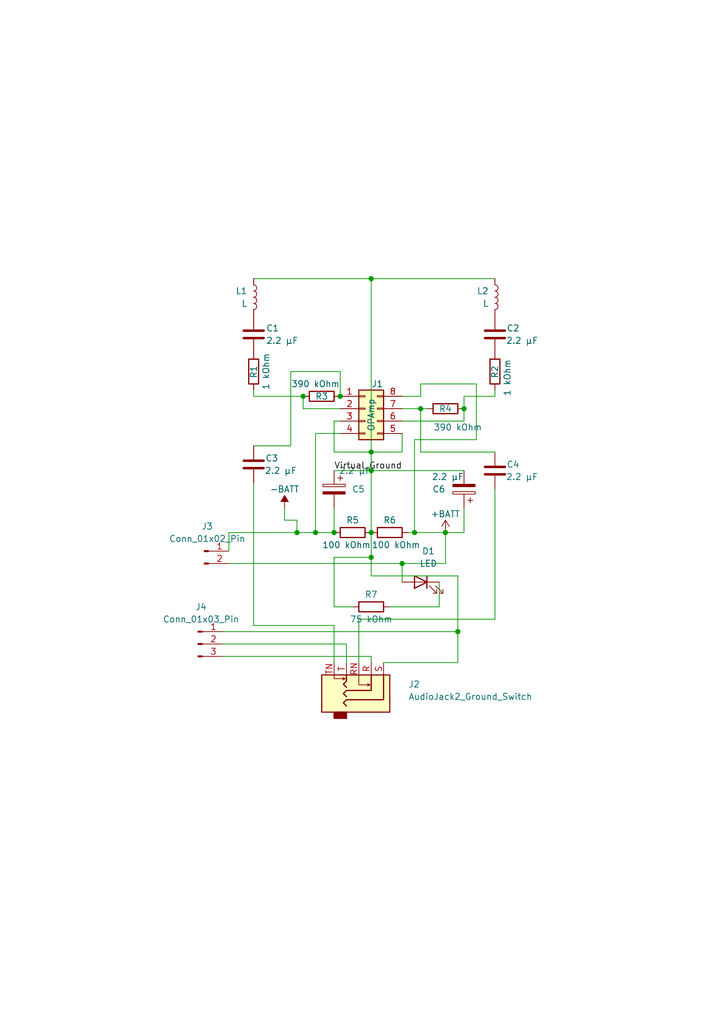
<source format=kicad_sch>
(kicad_sch (version 20230121) (generator eeschema)
  (paper "A5" portrait)
  (title_block (title "ElectroSlatsch") (rev "0.1") (company "Chaospott - RF"))
  (lib_symbols
    (symbol "Connector:Conn_01x02_Pin" (pin_names (offset 1.016) hide)
      (property "Reference" "J" (at 0 2.54 0))
      (property "Value" "Conn_01x02_Pin" (at 0 -5.08 0))
      (symbol "Conn_01x02_Pin_1_1"
        (polyline (pts (xy 1.27 -2.54) (xy 0.8636 -2.54)) (stroke (width 0.1524)))
        (polyline (pts (xy 1.27 0) (xy 0.8636 0)) (stroke (width 0.1524)))
        (rectangle (start 0.8636 -2.413) (end 0 -2.667) (stroke (width 0.1524)) (fill (type outline)))
        (rectangle (start 0.8636 0.127) (end 0 -0.127) (stroke (width 0.1524)) (fill (type outline)))
        (pin passive line (at 5.08 0 180) (length 3.81) (name "Pin_1") (number "1"))
        (pin passive line (at 5.08 -2.54 180) (length 3.81) (name "Pin_2") (number "2"))
      )
    )
    (symbol "Connector:Conn_01x03_Pin" (pin_names (offset 1.016) hide)
      (property "Reference" "J" (at 0 5.08 0))
      (property "Value" "Conn_01x03_Pin" (at 0 -5.08 0))
      (symbol "Conn_01x03_Pin_1_1"
        (polyline (pts (xy 1.27 -2.54) (xy 0.8636 -2.54)) (stroke (width 0.1524)))
        (polyline (pts (xy 1.27 0) (xy 0.8636 0)) (stroke (width 0.1524)))
        (polyline (pts (xy 1.27 2.54) (xy 0.8636 2.54)) (stroke (width 0.1524)))
        (rectangle (start 0.8636 -2.413) (end 0 -2.667) (stroke (width 0.1524)) (fill (type outline)))
        (rectangle (start 0.8636 0.127) (end 0 -0.127) (stroke (width 0.1524)) (fill (type outline)))
        (rectangle (start 0.8636 2.667) (end 0 2.413) (stroke (width 0.1524)) (fill (type outline)))
        (pin passive line (at 5.08 2.54 180) (length 3.81) (name "Pin_1") (number "1"))
        (pin passive line (at 5.08 0 180) (length 3.81) (name "Pin_2") (number "2"))
        (pin passive line (at 5.08 -2.54 180) (length 3.81) (name "Pin_3") (number "3"))
      )
    )
    (symbol "Connector_Audio:AudioJack3_SwitchTR"
      (property "Reference" "J" (at 0 8.89 0))
      (property "Value" "AudioJack3_SwitchTR" (at 0 6.35 0))
      (symbol "AudioJack3_SwitchTR_0_1"
        (rectangle (start -5.08 -5.08) (end -6.35 -7.62) (stroke (width 0.254)) (fill (type outline)))
        (polyline (pts (xy 0.508 -0.254) (xy 0.762 -0.762)))
        (polyline (pts (xy 1.778 -5.334) (xy 2.032 -5.842)))
        (polyline (pts (xy 0 -5.08) (xy 0.635 -5.715) (xy 1.27 -5.08) (xy 2.54 -5.08)) (stroke (width 0.254)))
        (polyline (pts (xy 2.54 -7.62) (xy 1.778 -7.62) (xy 1.778 -5.334) (xy 1.524 -5.842)))
        (polyline (pts (xy 2.54 -2.54) (xy 0.508 -2.54) (xy 0.508 -0.254) (xy 0.254 -0.762)))
        (polyline (pts (xy -1.905 -5.08) (xy -1.27 -5.715) (xy -0.635 -5.08) (xy -0.635 0) (xy 2.54 0)) (stroke (width 0.254)))
        (polyline (pts (xy 2.54 2.54) (xy -2.54 2.54) (xy -2.54 -5.08) (xy -3.175 -5.715) (xy -3.81 -5.08)) (stroke (width 0.254)))
        (rectangle (start 2.54 3.81) (end -5.08 -10.16) (stroke (width 0.254)) (fill (type background)))
      )
      (symbol "AudioJack3_SwitchTR_1_1"
        (pin passive line (at 5.08 0 180) (length 2.54) (name "~") (number "R"))
        (pin passive line (at 5.08 -2.54 180) (length 2.54) (name "~") (number "RN"))
        (pin passive line (at 5.08 2.54 180) (length 2.54) (name "~") (number "S"))
        (pin passive line (at 5.08 -5.08 180) (length 2.54) (name "~") (number "T"))
        (pin passive line (at 5.08 -7.62 180) (length 2.54) (name "~") (number "TN"))
      )
    )
    (symbol "Connector_Generic:Conn_02x04_Counter_Clockwise" (pin_names (offset 1.016) hide)
      (property "Reference" "J" (at 1.27 5.08 0))
      (property "Value" "Conn_02x04_Counter_Clockwise" (at 1.27 -7.62 0))
      (symbol "Conn_02x04_Counter_Clockwise_1_1"
        (rectangle (start -1.27 -4.953) (end 0 -5.207) (stroke (width 0.1524)))
        (rectangle (start -1.27 -2.413) (end 0 -2.667) (stroke (width 0.1524)))
        (rectangle (start -1.27 0.127) (end 0 -0.127) (stroke (width 0.1524)))
        (rectangle (start -1.27 2.667) (end 0 2.413) (stroke (width 0.1524)))
        (rectangle (start -1.27 3.81) (end 3.81 -6.35) (stroke (width 0.254)) (fill (type background)))
        (rectangle (start 3.81 -4.953) (end 2.54 -5.207) (stroke (width 0.1524)))
        (rectangle (start 3.81 -2.413) (end 2.54 -2.667) (stroke (width 0.1524)))
        (rectangle (start 3.81 0.127) (end 2.54 -0.127) (stroke (width 0.1524)))
        (rectangle (start 3.81 2.667) (end 2.54 2.413) (stroke (width 0.1524)))
        (pin passive line (at -5.08 2.54 0) (length 3.81) (name "Pin_1") (number "1"))
        (pin passive line (at -5.08 0 0) (length 3.81) (name "Pin_2") (number "2"))
        (pin passive line (at -5.08 -2.54 0) (length 3.81) (name "Pin_3") (number "3"))
        (pin passive line (at -5.08 -5.08 0) (length 3.81) (name "Pin_4") (number "4"))
        (pin passive line (at 7.62 -5.08 180) (length 3.81) (name "Pin_5") (number "5"))
        (pin passive line (at 7.62 -2.54 180) (length 3.81) (name "Pin_6") (number "6"))
        (pin passive line (at 7.62 0 180) (length 3.81) (name "Pin_7") (number "7"))
        (pin passive line (at 7.62 2.54 180) (length 3.81) (name "Pin_8") (number "8"))
      )
    )
    (symbol "Device:C" (pin_numbers hide) (pin_names (offset 0.254))
      (property "Reference" "C" (at 0.635 2.54 0))
      (property "Value" "C" (at 0.635 -2.54 0))
      (symbol "C_0_1"
        (polyline (pts (xy -2.032 -0.762) (xy 2.032 -0.762)) (stroke (width 0.508)))
        (polyline (pts (xy -2.032 0.762) (xy 2.032 0.762)) (stroke (width 0.508)))
      )
      (symbol "C_1_1"
        (pin passive line (at 0 3.81 270) (length 2.794) (name "~") (number "1"))
        (pin passive line (at 0 -3.81 90) (length 2.794) (name "~") (number "2"))
      )
    )
    (symbol "Device:C_Polarized" (pin_numbers hide) (pin_names (offset 0.254))
      (property "Reference" "C" (at 0.635 2.54 0))
      (property "Value" "C_Polarized" (at 0.635 -2.54 0))
      (symbol "C_Polarized_0_1"
        (rectangle (start -2.286 0.508) (end 2.286 1.016))
        (polyline (pts (xy -1.778 2.286) (xy -0.762 2.286)))
        (polyline (pts (xy -1.27 2.794) (xy -1.27 1.778)))
        (rectangle (start 2.286 -0.508) (end -2.286 -1.016) (fill (type outline)))
      )
      (symbol "C_Polarized_1_1"
        (pin passive line (at 0 3.81 270) (length 2.794) (name "~") (number "1"))
        (pin passive line (at 0 -3.81 90) (length 2.794) (name "~") (number "2"))
      )
    )
    (symbol "Device:L" (pin_numbers hide) (pin_names (offset 1.016) hide)
      (property "Reference" "L" (at -1.27 0 90))
      (property "Value" "L" (at 1.905 0 90))
      (symbol "L_0_1"
        (arc (start 0 -2.54) (mid 0.6323 -1.905) (end 0 -1.27))
        (arc (start 0 -1.27) (mid 0.6323 -0.635) (end 0 0))
        (arc (start 0 0) (mid 0.6323 0.635) (end 0 1.27))
        (arc (start 0 1.27) (mid 0.6323 1.905) (end 0 2.54))
      )
      (symbol "L_1_1"
        (pin passive line (at 0 3.81 270) (length 1.27) (name "1") (number "1"))
        (pin passive line (at 0 -3.81 90) (length 1.27) (name "2") (number "2"))
      )
    )
    (symbol "Device:LED" (pin_numbers hide) (pin_names (offset 1.016) hide)
      (property "Reference" "D" (at 0 2.54 0))
      (property "Value" "LED" (at 0 -2.54 0))
      (symbol "LED_0_1"
        (polyline (pts (xy -1.27 -1.27) (xy -1.27 1.27)) (stroke (width 0.254)))
        (polyline (pts (xy -1.27 0) (xy 1.27 0)))
        (polyline (pts (xy 1.27 -1.27) (xy 1.27 1.27) (xy -1.27 0) (xy 1.27 -1.27)) (stroke (width 0.254)))
        (polyline (pts (xy -3.048 -0.762) (xy -4.572 -2.286) (xy -3.81 -2.286) (xy -4.572 -2.286) (xy -4.572 -1.524)))
        (polyline (pts (xy -1.778 -0.762) (xy -3.302 -2.286) (xy -2.54 -2.286) (xy -3.302 -2.286) (xy -3.302 -1.524)))
      )
      (symbol "LED_1_1"
        (pin passive line (at -3.81 0 0) (length 2.54) (name "K") (number "1"))
        (pin passive line (at 3.81 0 180) (length 2.54) (name "A") (number "2"))
      )
    )
    (symbol "Device:R" (pin_numbers hide) (pin_names (offset 0))
      (property "Reference" "R" (at 2.032 0 90))
      (property "Value" "R" (at 0 0 90))
      (symbol "R_0_1"
        (rectangle (start -1.016 -2.54) (end 1.016 2.54) (stroke (width 0.254)))
      )
      (symbol "R_1_1"
        (pin passive line (at 0 3.81 270) (length 1.27) (name "~") (number "1"))
        (pin passive line (at 0 -3.81 90) (length 1.27) (name "~") (number "2"))
      )
    )
    (symbol "power:+BATT" (power) (pin_names (offset 0))
      (property "Value" "+BATT" (at 0 3.556 0))
      (symbol "+BATT_0_1"
        (polyline (pts (xy -0.762 1.27) (xy 0 2.54)))
        (polyline (pts (xy 0 0) (xy 0 2.54)))
        (polyline (pts (xy 0 2.54) (xy 0.762 1.27)))
      )
      (symbol "+BATT_1_1"
        (pin power_in line (at 0 0 90) (length 0) hide (name "+BATT") (number "1"))
      )
    )
    (symbol "power:-BATT" (power) (pin_names (offset 0))
      (property "Value" "-BATT" (at 0 3.556 0))
      (symbol "-BATT_0_1"
        (polyline (pts (xy 0 0) (xy 0 2.54)))
        (polyline (pts (xy 0.762 1.27) (xy -0.762 1.27) (xy 0 2.54) (xy 0.762 1.27)) (fill (type outline)))
      )
      (symbol "-BATT_1_1"
        (pin power_in line (at 0 0 90) (length 0) hide (name "-BATT") (number "1"))
      )
    )
  )
  (junction (at 76.2 92.71))
  (junction (at 60.96 109.22))
  (junction (at 95.25 83.82))
  (junction (at 86.36 83.82))
  (junction (at 69.85 81.28))
  (junction (at 76.2 114.3))
  (junction (at 76.2 57.15))
  (junction (at 62.23 81.28))
  (junction (at 64.77 109.22))
  (junction (at 91.44 109.22))
  (junction (at 82.55 115.57))
  (junction (at 76.2 96.52))
  (junction (at 85.09 109.22))
  (junction (at 93.98 129.54))
  (junction (at 68.58 109.22))
  (junction (at 76.2 109.22))
  (wire (pts (xy 78.74 135.89) (xy 93.98 135.89)))
  (wire (pts (xy 76.2 109.22) (xy 76.2 114.3)))
  (wire (pts (xy 52.07 91.44) (xy 59.69 91.44)))
  (wire (pts (xy 69.85 76.2) (xy 59.69 76.2)))
  (wire (pts (xy 101.6 80.01) (xy 101.6 81.28)))
  (wire (pts (xy 52.07 128.27) (xy 68.58 128.27)))
  (wire (pts (xy 58.42 104.14) (xy 58.42 106.68)))
  (wire (pts (xy 52.07 99.06) (xy 52.07 128.27)))
  (wire (pts (xy 68.58 92.71) (xy 76.2 92.71)))
  (wire (pts (xy 97.79 90.17) (xy 85.09 90.17)))
  (wire (pts (xy 93.98 129.54) (xy 93.98 118.11)))
  (wire (pts (xy 82.55 86.36) (xy 95.25 86.36)))
  (wire (pts (xy 68.58 96.52) (xy 76.2 96.52)))
  (wire (pts (xy 76.2 92.71) (xy 76.2 96.52)))
  (wire (pts (xy 45.72 134.62) (xy 76.2 134.62)))
  (wire (pts (xy 68.58 128.27) (xy 68.58 135.89)))
  (wire (pts (xy 76.2 118.11) (xy 93.98 118.11)))
  (wire (pts (xy 60.96 109.22) (xy 64.77 109.22)))
  (wire (pts (xy 101.6 81.28) (xy 95.25 81.28)))
  (wire (pts (xy 80.01 124.46) (xy 90.17 124.46)))
  (wire (pts (xy 76.2 134.62) (xy 76.2 135.89)))
  (wire (pts (xy 45.72 129.54) (xy 93.98 129.54)))
  (wire (pts (xy 68.58 114.3) (xy 68.58 124.46)))
  (wire (pts (xy 93.98 129.54) (xy 93.98 135.89)))
  (wire (pts (xy 82.55 88.9) (xy 82.55 92.71)))
  (wire (pts (xy 52.07 57.15) (xy 76.2 57.15)))
  (wire (pts (xy 86.36 83.82) (xy 82.55 83.82)))
  (wire (pts (xy 76.2 96.52) (xy 76.2 109.22)))
  (wire (pts (xy 64.77 88.9) (xy 64.77 109.22)))
  (wire (pts (xy 76.2 114.3) (xy 76.2 118.11)))
  (wire (pts (xy 73.66 127) (xy 101.6 127)))
  (wire (pts (xy 82.55 115.57) (xy 91.44 115.57)))
  (wire (pts (xy 68.58 124.46) (xy 72.39 124.46)))
  (wire (pts (xy 62.23 81.28) (xy 62.23 83.82)))
  (wire (pts (xy 85.09 109.22) (xy 83.82 109.22)))
  (wire (pts (xy 71.12 132.08) (xy 71.12 135.89)))
  (wire (pts (xy 82.55 92.71) (xy 76.2 92.71)))
  (wire (pts (xy 85.09 90.17) (xy 85.09 109.22)))
  (wire (pts (xy 69.85 86.36) (xy 68.58 86.36)))
  (wire (pts (xy 85.09 109.22) (xy 91.44 109.22)))
  (wire (pts (xy 60.96 106.68) (xy 60.96 109.22)))
  (wire (pts (xy 101.6 100.33) (xy 101.6 127)))
  (wire (pts (xy 59.69 76.2) (xy 59.69 91.44)))
  (wire (pts (xy 69.85 81.28) (xy 69.85 76.2)))
  (wire (pts (xy 68.58 86.36) (xy 68.58 92.71)))
  (wire (pts (xy 86.36 83.82) (xy 86.36 92.71)))
  (wire (pts (xy 45.72 132.08) (xy 71.12 132.08)))
  (wire (pts (xy 46.99 115.57) (xy 82.55 115.57)))
  (wire (pts (xy 76.2 57.15) (xy 76.2 92.71)))
  (wire (pts (xy 90.17 119.38) (xy 90.17 124.46)))
  (wire (pts (xy 68.58 104.14) (xy 68.58 109.22)))
  (wire (pts (xy 95.25 81.28) (xy 95.25 83.82)))
  (wire (pts (xy 91.44 109.22) (xy 91.44 115.57)))
  (wire (pts (xy 87.63 83.82) (xy 86.36 83.82)))
  (wire (pts (xy 52.07 80.01) (xy 52.07 81.28)))
  (wire (pts (xy 82.55 119.38) (xy 82.55 115.57)))
  (wire (pts (xy 101.6 92.71) (xy 86.36 92.71)))
  (wire (pts (xy 76.2 57.15) (xy 101.6 57.15)))
  (wire (pts (xy 97.79 78.74) (xy 97.79 90.17)))
  (wire (pts (xy 86.36 78.74) (xy 86.36 81.28)))
  (wire (pts (xy 64.77 88.9) (xy 69.85 88.9)))
  (wire (pts (xy 46.99 109.22) (xy 46.99 113.03)))
  (wire (pts (xy 86.36 81.28) (xy 82.55 81.28)))
  (wire (pts (xy 64.77 109.22) (xy 68.58 109.22)))
  (wire (pts (xy 76.2 114.3) (xy 68.58 114.3)))
  (wire (pts (xy 86.36 78.74) (xy 97.79 78.74)))
  (wire (pts (xy 62.23 83.82) (xy 69.85 83.82)))
  (wire (pts (xy 52.07 81.28) (xy 62.23 81.28)))
  (wire (pts (xy 95.25 104.14) (xy 95.25 109.22)))
  (wire (pts (xy 95.25 83.82) (xy 95.25 86.36)))
  (wire (pts (xy 73.66 127) (xy 73.66 135.89)))
  (wire (pts (xy 46.99 109.22) (xy 60.96 109.22)))
  (wire (pts (xy 58.42 106.68) (xy 60.96 106.68)))
  (wire (pts (xy 95.25 109.22) (xy 91.44 109.22)))
  (wire (pts (xy 76.2 96.52) (xy 95.25 96.52)))
  (label "Virtual_Ground" (at 68.58 96.52 0))
  (symbol (lib_id "Device:LED") (at 86.36 119.38 0) (mirror y) (unit 1)
    (property "Reference" "D1" (at 87.9475 113.03 0))
    (property "Value" "LED" (at 87.9475 115.57 0))
    (property "Footprint" "LED_THT:LED_D4.0mm" (effects hide))
  )
  (symbol (lib_id "Device:R") (at 66.04 81.28 270) (unit 1)
    (property "Reference" "R3" (at 66.04 81.28 90))
    (property "Value" "390 kOhm" (at 64.77 78.74 90))
    (property "Footprint" "Resistor_THT:R_Box_L8.4mm_W2.5mm_P5.08mm" (effects hide))
  )
  (symbol (lib_id "Device:R") (at 72.39 109.22 270) (unit 1)
    (property "Reference" "R5" (at 72.39 106.68 90))
    (property "Value" "100 kOhm" (at 71.12 111.76 90))
    (property "Footprint" "Resistor_THT:R_Box_L8.4mm_W2.5mm_P5.08mm" (effects hide))
  )
  (symbol (lib_id "Device:R") (at 76.2 124.46 270) (unit 1)
    (property "Reference" "R7" (at 76.2 121.92 90))
    (property "Value" "75 kOhm" (at 76.2 127 90))
    (property "Footprint" "Resistor_THT:R_Box_L8.4mm_W2.5mm_P5.08mm" (effects hide))
  )
  (symbol (lib_id "Device:R") (at 80.01 109.22 270) (unit 1)
    (property "Reference" "R6" (at 80.01 106.68 90))
    (property "Value" "100 kOhm" (at 81.28 111.76 90))
    (property "Footprint" "Resistor_THT:R_Box_L8.4mm_W2.5mm_P5.08mm" (effects hide))
  )
  (symbol (lib_id "Connector_Audio:AudioJack3_SwitchTR") (at 76.2 140.97 270) (mirror x) (unit 1)
    (property "Reference" "J2" (at 83.82 140.335 90) (effects (justify left)))
    (property "Value" "AudioJack2_Ground_Switch" (at 83.82 142.875 90) (effects (justify left)))
    (property "Footprint" "Connector_Audio:Jack_3.5mm_CUI_SJ1-3525N_Horizontal" (effects hide))
  )
  (symbol (lib_id "Device:L") (at 101.6 60.96 0) (mirror x) (unit 1)
    (property "Reference" "L2" (at 100.33 59.69 0) (effects (justify right)))
    (property "Value" "L" (at 100.33 62.23 0) (effects (justify right)))
    (property "Footprint" "Inductor_THT:L_Radial_D6.0mm_P4.00mm" (effects hide))
  )
  (symbol (lib_id "Connector_Generic:Conn_02x04_Counter_Clockwise") (at 74.93 83.82 0) (unit 1)
    (property "Reference" "J1" (at 77.47 78.74 0))
    (property "Value" "OPAmp" (at 76.2 85.09 90))
    (property "Footprint" "Package_DIP:DIP-8_W7.62mm_Socket" (effects hide))
  )
  (symbol (lib_id "Device:C_Polarized") (at 95.25 100.33 180) (unit 1)
    (property "Reference" "C6" (at 91.44 100.33 0) (effects (justify left)))
    (property "Value" "2.2 µF" (at 95.25 97.79 0) (effects (justify left)))
    (property "Footprint" "Capacitor_THT:CP_Radial_D5.0mm_P2.50mm" (effects hide))
  )
  (symbol (lib_id "Device:C") (at 52.07 68.58 0) (mirror x) (unit 1)
    (property "Reference" "C1" (at 54.61 67.31 0) (effects (justify left)))
    (property "Value" "2.2 µF" (at 54.61 69.85 0) (effects (justify left)))
    (property "Footprint" "Capacitor_THT:CP_Radial_D5.0mm_P2.50mm" (effects hide))
  )
  (symbol (lib_id "Device:C") (at 101.6 96.52 180) (unit 1)
    (property "Reference" "C4" (at 106.68 95.25 0) (effects (justify left)))
    (property "Value" "2.2 µF" (at 110.49 97.79 0) (effects (justify left)))
    (property "Footprint" "Capacitor_THT:CP_Radial_D5.0mm_P2.50mm" (effects hide))
  )
  (symbol (lib_id "Device:R") (at 91.44 83.82 270) (unit 1)
    (property "Reference" "R4" (at 91.44 83.82 90))
    (property "Value" "390 kOhm" (at 93.98 87.63 90))
    (property "Footprint" "Resistor_THT:R_Box_L8.4mm_W2.5mm_P5.08mm" (effects hide))
  )
  (symbol (lib_id "Connector:Conn_01x03_Pin") (at 40.64 132.08 0) (unit 1)
    (property "Reference" "J4" (at 41.275 124.46 0))
    (property "Value" "Conn_01x03_Pin" (at 41.275 127 0))
    (property "Footprint" "Connector_PinHeader_2.54mm:PinHeader_1x03_P2.54mm_Vertical" (effects hide))
  )
  (symbol (lib_id "Device:L") (at 52.07 60.96 0) (mirror x) (unit 1)
    (property "Reference" "L1" (at 50.8 59.69 0) (effects (justify right)))
    (property "Value" "L" (at 50.8 62.23 0) (effects (justify right)))
    (property "Footprint" "Inductor_THT:L_Radial_D6.0mm_P4.00mm" (effects hide))
  )
  (symbol (lib_id "Connector:Conn_01x02_Pin") (at 41.91 113.03 0) (unit 1)
    (property "Reference" "J3" (at 42.545 107.95 0))
    (property "Value" "Conn_01x02_Pin" (at 42.545 110.49 0))
    (property "Footprint" "Connector_PinHeader_2.54mm:PinHeader_1x02_P2.54mm_Vertical" (effects hide))
  )
  (symbol (lib_id "Device:R") (at 101.6 76.2 0) (mirror x) (unit 1)
    (property "Reference" "R2" (at 101.6 74.93 90) (effects (justify left)))
    (property "Value" "1 kOhm" (at 104.14 73.66 90) (effects (justify left)))
    (property "Footprint" "Resistor_THT:R_Box_L8.4mm_W2.5mm_P5.08mm" (effects hide))
  )
  (symbol (lib_id "Device:R") (at 52.07 76.2 0) (mirror x) (unit 1)
    (property "Reference" "R1" (at 52.07 74.93 90) (effects (justify left)))
    (property "Value" "1 kOhm" (at 54.61 72.39 90) (effects (justify left)))
    (property "Footprint" "Resistor_THT:R_Box_L8.4mm_W2.5mm_P5.08mm" (effects hide))
  )
  (symbol (lib_id "power:+BATT") (at 91.44 109.22 0) (unit 1)
    (property "Reference" "#PWR02" (effects hide))
    (property "Value" "+BATT" (at 91.44 105.41 0))
    (property "Footprint" "Connector_Pin:Pin_D1.0mm_L10.0mm_LooseFit" (effects hide))
  )
  (symbol (lib_id "power:-BATT") (at 58.42 104.14 0) (unit 1)
    (property "Reference" "#PWR03" (effects hide))
    (property "Value" "-BATT" (at 58.42 100.33 0))
    (property "Footprint" "Connector_Pin:Pin_D1.0mm_L10.0mm_LooseFit" (effects hide))
  )
  (symbol (lib_id "Device:C_Polarized") (at 68.58 100.33 0) (mirror y) (unit 1)
    (property "Reference" "C5" (at 74.93 100.33 0) (effects (justify left)))
    (property "Value" "2.2 µF" (at 76.2 96.52 0) (effects (justify left)))
    (property "Footprint" "Capacitor_THT:CP_Radial_D5.0mm_P2.50mm" (effects hide))
  )
  (symbol (lib_id "Device:C") (at 101.6 68.58 180) (unit 1)
    (property "Reference" "C2" (at 106.68 67.31 0) (effects (justify left)))
    (property "Value" "2.2 µF" (at 110.49 69.85 0) (effects (justify left)))
    (property "Footprint" "Capacitor_THT:CP_Radial_D5.0mm_P2.50mm" (effects hide))
  )
  (symbol (lib_id "Device:C") (at 52.07 95.25 180) (unit 1)
    (property "Reference" "C3" (at 57.15 93.98 0) (effects (justify left)))
    (property "Value" "2.2 µF" (at 60.96 96.52 0) (effects (justify left)))
    (property "Footprint" "Capacitor_THT:CP_Radial_D5.0mm_P2.50mm" (effects hide))
  )
)
</source>
